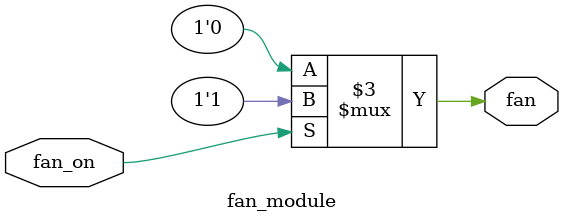
<source format=sv>
module top_module(
	input mode,
	input too_cold,
	input too_hot,
	input fan_on,
	output heater,
	output aircon,
	output fan
);

	// instantiate the heater, air conditioner, and fan modules
	heater_module heater_inst(
		.mode(mode),
		.too_cold(too_cold),
		.heater(heater),
		.fan(fan)
	);

	aircon_module aircon_inst(
		.mode(mode),
		.too_hot(too_hot),
		.aircon(aircon),
		.fan(fan)
	);

	fan_module fan_inst(
		.fan_on(fan_on),
		.fan(fan)
	);
	
endmodule
module heater_module(
	input mode,
	input too_cold,
	output reg heater,
	output reg fan
);
	always @(mode or too_cold) begin
		if (mode && too_cold) begin
			heater = 1; // turn on the heater
			fan = 1; // turn on the fan
		end
		else begin
			heater = 0; // turn off the heater
			fan = 0; // turn off the fan
		end
	end
endmodule
module aircon_module(
	input mode,
	input too_hot,
	output reg aircon,
	output reg fan
);
	always @(mode or too_hot) begin
		if (!mode && too_hot) begin
			aircon = 1; // turn on the air conditioner
			fan = 1; // turn on the fan
		end
		else begin
			aircon = 0; // turn off the air conditioner
			fan = 0; // turn off the fan
		end
	end
endmodule
module fan_module(
	input fan_on,
	output reg fan
);
	always @(fan_on) begin
		if (fan_on) begin
			fan = 1; // turn on the fan
		end
		else begin
			fan = 0; // turn off the fan
		end
	end
endmodule

</source>
